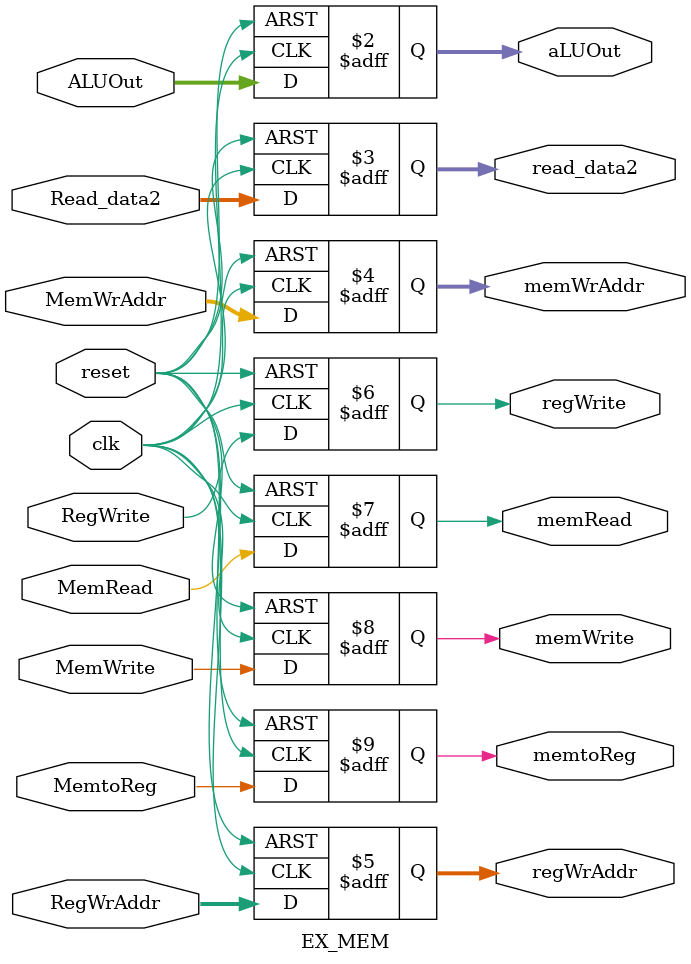
<source format=v>
`timescale 1ns/1ps 
module EX_MEM(
    input reset, 
    input clk, 
    input [31:0] ALUOut, 
    input [31:0] Read_data2,
    input [4:0] MemWrAddr, 
    input [4:0] RegWrAddr, 
    input RegWrite, 
	input MemRead, 
    input MemWrite, 
    input MemtoReg,
    

    output reg [31:0] aLUOut,
    output reg [31:0] read_data2,
    output reg [4:0] memWrAddr,//此为写入存储的寄存器的地�??
    output reg [4:0] regWrAddr,
    output reg regWrite,
    output reg memRead,
    output reg memWrite,
    output reg memtoReg
    );

    always @(posedge reset or posedge clk)
    begin
        if(reset)
        begin
            aLUOut <= 0;
            read_data2 <= 0;
            memWrAddr <= 0;
            regWrAddr <= 0;
            regWrite <= 0;
            memRead <= 0;
            memWrite <= 0;
            memtoReg <= 0;
        end
        else begin
            aLUOut <= ALUOut;
            read_data2 <= Read_data2;
            memWrAddr <= MemWrAddr;
            regWrAddr <= RegWrAddr;
            regWrite <= RegWrite;
            memRead <= MemRead;
            memWrite <= MemWrite;
            memtoReg <= MemtoReg;
        end
    end
endmodule
</source>
